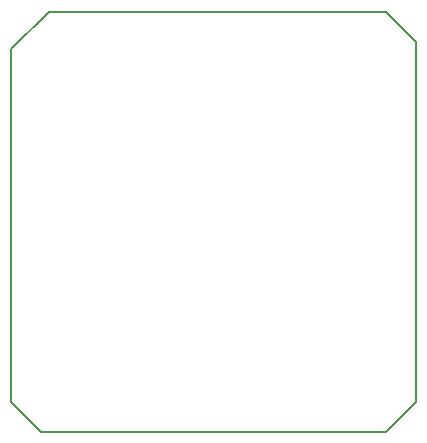
<source format=gm1>
G04 #@! TF.FileFunction,Profile,NP*
%FSLAX46Y46*%
G04 Gerber Fmt 4.6, Leading zero omitted, Abs format (unit mm)*
G04 Created by KiCad (PCBNEW 4.0.1-3.201512221402+6198~38~ubuntu14.04.1-stable) date Sun 07 Feb 2016 23:01:24 GMT*
%MOMM*%
G01*
G04 APERTURE LIST*
%ADD10C,0.100000*%
%ADD11C,0.150000*%
G04 APERTURE END LIST*
D10*
D11*
X193040000Y-142875000D02*
X193040000Y-112395000D01*
X158750000Y-113030000D02*
X158750000Y-142875000D01*
X190500000Y-109855000D02*
X193040000Y-112395000D01*
X193040000Y-142875000D02*
X190500000Y-145415000D01*
X161290000Y-145415000D02*
X158750000Y-142875000D01*
X161925000Y-109855000D02*
X158750000Y-113030000D01*
X190500000Y-109855000D02*
X161925000Y-109855000D01*
X161290000Y-145415000D02*
X190500000Y-145415000D01*
M02*

</source>
